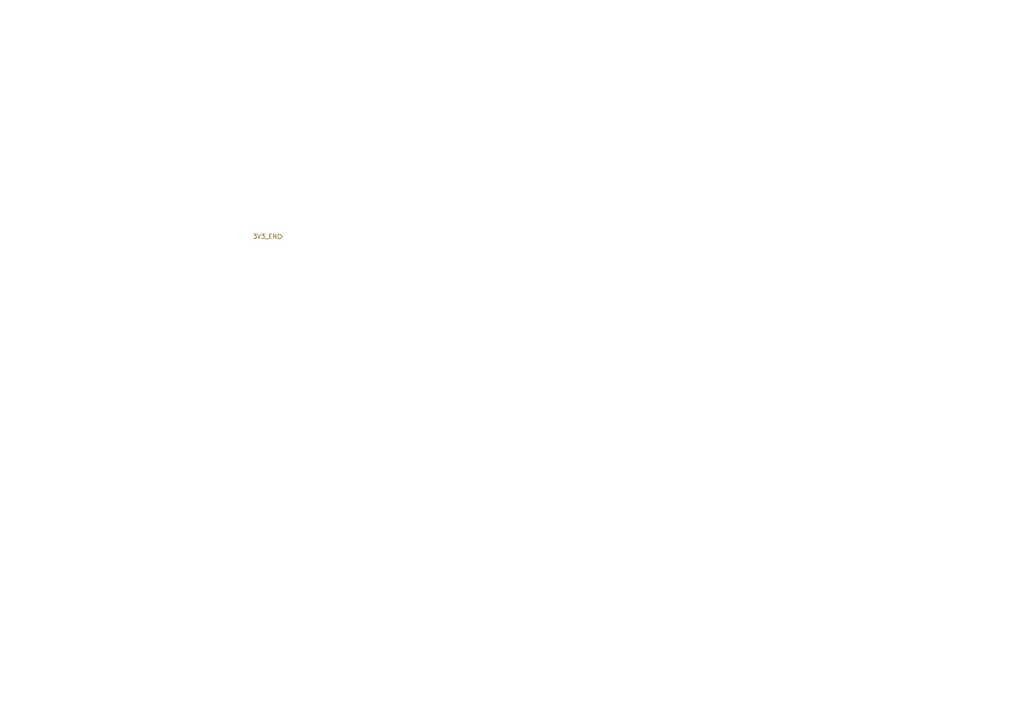
<source format=kicad_sch>
(kicad_sch (version 20211123) (generator eeschema)
  (paper "A4")
  (lib_symbols)
  (hierarchical_label "3V3_EN" (shape input) (at 81.915 68.58 180))
)
</source>
